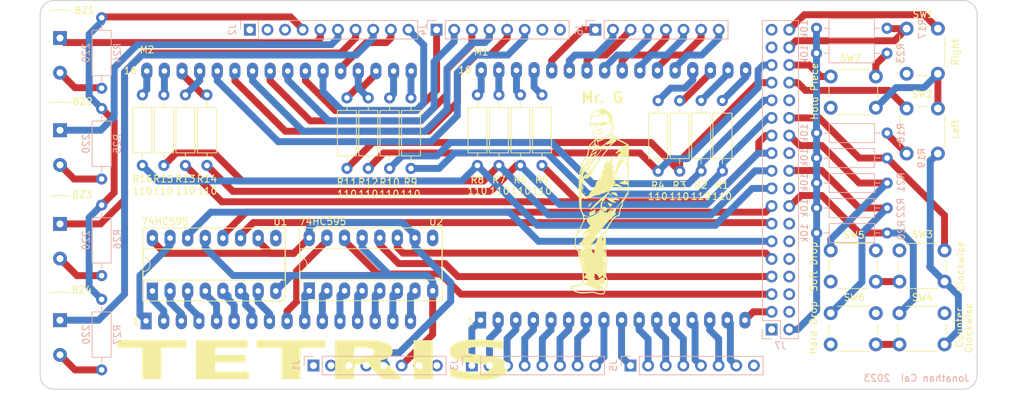
<source format=kicad_pcb>
(kicad_pcb (version 20221018) (generator pcbnew)
  (title_block (date "mar. 31 mars 2015"))
  (layers (0 "F.Cu" signal) (31 "B.Cu" signal) (34 "B.Paste" user) (35 "F.Paste" user) (36 "B.SilkS" user "B.Silkscreen") (37 "F.SilkS" user "F.Silkscreen") (38 "B.Mask" user) (39 "F.Mask" user) (44 "Edge.Cuts" user))
  (net 0 "")
  (net 1 "GND")
  (net 2 "/*52")
  (net 3 "/53")
  (net 4 "/50")
  (net 5 "/51")
  (net 6 "/48")
  (net 7 "/49")
  (net 8 "/*46")
  (net 9 "/47")
  (net 10 "/*44")
  (net 11 "/*45")
  (net 12 "/42")
  (net 13 "/43")
  (net 14 "/40")
  (net 15 "/41")
  (net 16 "/38")
  (net 17 "/39")
  (net 18 "/36")
  (net 19 "/37")
  (net 20 "/34")
  (net 21 "/35")
  (net 22 "/32")
  (net 23 "/33")
  (net 24 "/30")
  (net 25 "/31")
  (net 26 "/28")
  (net 27 "/29")
  (net 28 "/26")
  (net 29 "/24")
  (net 30 "/25")
  (net 31 "/22")
  (net 32 "/23")
  (net 33 "+5V")
  (net 34 "/A0")
  (net 35 "/A1")
  (net 36 "/A2")
  (net 37 "/A3")
  (net 38 "/A4")
  (net 39 "/A5")
  (net 40 "/A6")
  (net 41 "/A7")
  (net 42 "/A8")
  (net 43 "/A9")
  (net 44 "/A10")
  (net 45 "/A11")
  (net 46 "/A12")
  (net 47 "/A13")
  (net 48 "/A14")
  (net 49 "/A15")
  (net 50 "/AREF")
  (net 51 "/*13")
  (net 52 "/*12")
  (net 53 "/*11")
  (net 54 "/*10")
  (net 55 "/*9")
  (net 56 "/*8")
  (net 57 "/*7")
  (net 58 "/*6")
  (net 59 "/*5")
  (net 60 "/*4")
  (net 61 "/*3")
  (net 62 "/*2")
  (net 63 "/TX0{slash}1")
  (net 64 "/RX0{slash}0")
  (net 65 "/TX3{slash}14")
  (net 66 "/RX3{slash}15")
  (net 67 "/TX2{slash}16")
  (net 68 "/RX2{slash}17")
  (net 69 "/TX1{slash}18")
  (net 70 "/RX1{slash}19")
  (net 71 "/SDA{slash}20")
  (net 72 "/SCL{slash}21")
  (net 73 "Net-(M1-P_1)")
  (net 74 "Net-(M1-P_2)")
  (net 75 "Net-(M1-P_3)")
  (net 76 "Net-(M1-P_4)")
  (net 77 "Net-(M1-P_5)")
  (net 78 "Net-(M1-P_6)")
  (net 79 "Net-(M1-P_7)")
  (net 80 "Net-(M1-P_8)")
  (net 81 "Net-(M2-P_1)")
  (net 82 "Net-(M2-P_2)")
  (net 83 "Net-(M2-P_3)")
  (net 84 "Net-(M2-P_4)")
  (net 85 "Net-(M2-P_5)")
  (net 86 "Net-(M2-P_6)")
  (net 87 "Net-(M2-P_7)")
  (net 88 "Net-(M2-P_8)")
  (net 89 "Net-(BZ1-+)")
  (net 90 "Net-(BZ2-+)")
  (net 91 "Net-(BZ3-+)")
  (net 92 "Net-(BZ4-+)")
  (net 93 "/27")
  (net 95 "VCC")
  (net 96 "/~{RESET}")
  (net 97 "/IOREF")
  (net 98 "+3V3")
  (net 99 "/S1")
  (net 100 "/S2")
  (net 101 "/S3")
  (net 102 "/S4")
  (net 103 "/S5")
  (net 104 "/S6")
  (net 105 "/S7")
  (net 106 "/S8")
  (net 107 "/S9")
  (net 108 "/S10")
  (net 109 "/S11")
  (net 110 "/S12")
  (net 111 "/S13")
  (net 112 "/S14")
  (net 113 "/S15")
  (net 114 "/S16")
  (footprint "Resistor_THT:R_Axial_DIN0207_L6.3mm_D2.5mm_P10.16mm_Horizontal" (layer "F.Cu") (at 103.925 91.6 -90)
    (fp_text reference "R13")
    (fp_text value "110")
  )
  (footprint "Resistor_THT:R_Axial_DIN0207_L6.3mm_D2.5mm_P10.16mm_Horizontal" (layer "F.Cu") (at 107.025 91.6 -90)
    (fp_text reference "R14")
    (fp_text value "110")
  )
  (footprint "Button_Switch_THT:SW_PUSH_6mm_H4.3mm" (layer "F.Cu") (at 206.807 114)
    (fp_text reference "SW3")
    (fp_text value "SW_Push")
  )
  (footprint "Button_Switch_THT:SW_PUSH_6mm_H4.3mm" (layer "F.Cu") (at 196.907 123.05)
    (fp_text reference "SW6")
    (fp_text value "SW_Push")
  )
  (footprint "Resistor_THT:R_Axial_DIN0207_L6.3mm_D2.5mm_P10.16mm_Horizontal" (layer "F.Cu") (at 178.243 102.57 90)
    (fp_text reference "R2")
    (fp_text value "110")
  )
  (footprint "Resistor_THT:R_Axial_DIN0207_L6.3mm_D2.5mm_P10.16mm_Horizontal" (layer "F.Cu") (at 175.143 102.59 90)
    (fp_text reference "R3")
    (fp_text value "110")
  )
  (footprint "Resistor_THT:R_Axial_DIN0207_L6.3mm_D2.5mm_P10.16mm_Horizontal" (layer "F.Cu") (at 100.825 91.6 -90)
    (fp_text reference "R15")
    (fp_text value "110")
  )
  (footprint "Button_Switch_THT:SW_PUSH_6mm_H4.3mm" (layer "F.Cu") (at 196.907 114)
    (fp_text reference "SW5")
    (fp_text value "SW_Push")
  )
  (footprint "RGBMatrix:RGBMatrix" (layer "F.Cu") (at 165.547 106.06)
    (fp_text reference "M1")
    (fp_text value "RGBMatrix")
  )
  (footprint "LOGO" (layer "F.Cu") (at 163.592414 107.095987)
    (fp_text reference "Mr. G")
    (fp_text value "LOGO" hide)
  )
  (footprint "Button_Switch_THT:SW_PUSH_6mm_H4.3mm" (layer "F.Cu") (at 206.807 123.05)
    (fp_text reference "SW4")
    (fp_text value "SW_Push")
  )
  (footprint "Resistor_THT:R_Axial_DIN0207_L6.3mm_D2.5mm_P10.16mm_Horizontal" (layer "F.Cu") (at 155.3 91.6 -90)
    (fp_text reference "R5")
    (fp_text value "110")
  )
  (footprint "Buzzer_Beeper:Buzzer_TDK_PS1240P02BT_D12.2mm_H6.5mm" (layer "F.Cu") (at 85.857 124.06 -90)
    (fp_text reference "BZ4")
    (fp_text value "Passive Buzzer")
  )
  (footprint "Button_Switch_THT:SW_PUSH_6mm_H4.3mm" (layer "F.Cu") (at 196.907 88.95)
    (fp_text reference "SW7")
    (fp_text value "SW_Push")
  )
  (footprint "RGBMatrix:RGBMatrix" (layer "F.Cu") (at 117.357 106.16)
    (fp_text reference "M2")
    (fp_text value "RGBMatrix")
  )
  (footprint "Buzzer_Beeper:Buzzer_TDK_PS1240P02BT_D12.2mm_H6.5mm" (layer "F.Cu") (at 85.857 110.189216 -90)
    (fp_text reference "BZ3")
    (fp_text value "Passive Buzzer")
  )
  (footprint "LOGO" (layer "F.Cu") (at 164 96)
    (fp_text reference "G1")
    (fp_text value "LOGO" hide)
  )
  (footprint "Buzzer_Beeper:Buzzer_TDK_PS1240P02BT_D12.2mm_H6.5mm" (layer "F.Cu") (at 85.857 83.40843 -90)
    (fp_text reference "BZ1")
    (fp_text value "Passive Buzzer")
  )
  (footprint "Resistor_THT:R_Axial_DIN0207_L6.3mm_D2.5mm_P10.16mm_Horizontal" (layer "F.Cu") (at 127.2 102.185 90)
    (fp_text reference "R11")
    (fp_text value "110")
  )
  (footprint "Resistor_THT:R_Axial_DIN0207_L6.3mm_D2.5mm_P10.16mm_Horizontal" (layer "F.Cu") (at 130.275 102.185 90)
    (fp_text reference "R12")
    (fp_text value "110")
  )
  (footprint "Package_DIP:DIP-16_W7.62mm_Socket_LongPads" (layer "F.Cu") (at 99.17 119.85 90)
    (fp_text reference "U1")
    (fp_text value "74HC595")
  )
  (footprint "Resistor_THT:R_Axial_DIN0207_L6.3mm_D2.5mm_P10.16mm_Horizontal" (layer "F.Cu") (at 181.3 102.58 90)
    (fp_text reference "R1")
    (fp_text value "110")
  )
  (footprint "Resistor_THT:R_Axial_DIN0207_L6.3mm_D2.5mm_P10.16mm_Horizontal" (layer "F.Cu") (at 97.725 91.6 -90)
    (fp_text reference "R16")
    (fp_text value "110")
  )
  (footprint "Resistor_THT:R_Axial_DIN0207_L6.3mm_D2.5mm_P10.16mm_Horizontal" (layer "F.Cu") (at 136.425 102.195 90)
    (fp_text reference "R9")
    (fp_text value "110")
  )
  (footprint "Resistor_THT:R_Axial_DIN0207_L6.3mm_D2.5mm_P10.16mm_Horizontal" (layer "F.Cu") (at 133.35 102.195 90)
    (fp_text reference "R10")
    (fp_text value "110")
  )
  (footprint "Resistor_THT:R_Axial_DIN0207_L6.3mm_D2.5mm_P10.16mm_Horizontal" (layer "F.Cu") (at 149.1 91.6 -90)
    (fp_text reference "R7")
    (fp_text value "110")
  )
  (footprint "Resistor_THT:R_Axial_DIN0207_L6.3mm_D2.5mm_P10.16mm_Horizontal" (layer "F.Cu") (at 152.2 91.6 -90)
    (fp_text reference "R6")
    (fp_text value "110")
  )
  (footprint "Button_Switch_THT:SW_PUSH_6mm_H4.3mm" (layer "F.Cu") (at 207.85 100.05 90)
    (fp_text reference "SW2")
    (fp_text value "SW_Push")
  )
  (footprint "Buzzer_Beeper:Buzzer_TDK_PS1240P02BT_D12.2mm_H6.5mm" (layer "F.Cu") (at 85.857 96.689216 -90)
    (fp_text reference "BZ2")
    (fp_text value "Passive Buzzer")
  )
  (footprint "Package_DIP:DIP-16_W7.62mm_Socket_LongPads" (layer "F.Cu") (at 121.77 119.82 90)
    (fp_text reference "U2")
    (fp_text value "74HC595")
  )
  (footprint "Button_Switch_THT:SW_PUSH_6mm_H4.3mm" (layer "F.Cu") (at 207.85 88.55 90)
    (fp_text reference "SW1")
    (fp_text value "SW_Push")
  )
  (footprint "Resistor_THT:R_Axial_DIN0207_L6.3mm_D2.5mm_P10.16mm_Horizontal" (layer "F.Cu") (at 172.043 102.59 90)
    (fp_text reference "R4")
    (fp_text value "110")
  )
  (footprint "Resistor_THT:R_Axial_DIN0207_L6.3mm_D2.5mm_P10.16mm_Horizontal" (layer "F.Cu") (at 146 91.6 -90)
    (fp_text reference "R8")
    (fp_text value "110")
  )
  (footprint "Connector_PinHeader_2.54mm:PinHeader_2x18_P2.54mm_Vertical" (layer "B.Cu") (at 188.392 125.395)
    (fp_text reference "J7")
    (fp_text value "Digital")
  )
  (footprint "Resistor_THT:R_Axial_DIN0207_L6.3mm_D2.5mm_P10.16mm_Horizontal" (layer "B.Cu") (at 91.857 121.06 -90)
    (fp_text reference "R27")
    (fp_text value "220")
  )
  (footprint "Connector_PinHeader_2.54mm:PinHeader_1x10_P2.54mm_Vertical" (layer "B.Cu") (at 113.207 82.21 -90)
    (fp_text reference "J2")
    (fp_text value "PWM")
  )
  (footprint "Resistor_THT:R_Axial_DIN0207_L6.3mm_D2.5mm_P10.16mm_Horizontal" (layer "B.Cu") (at 194.877 100.7)
    (fp_text reference "R19")
    (fp_text value "10k")
  )
  (footprint "Connector_PinHeader_2.54mm:PinHeader_1x08_P2.54mm_Vertical" (layer "B.Cu") (at 122.37 130.6 -90)
    (fp_text reference "J1")
    (fp_text value "Power")
  )
  (footprint "Resistor_THT:R_Axial_DIN0207_L6.3mm_D2.5mm_P10.16mm_Horizontal" (layer "B.Cu") (at 91.857 93.56 -90)
    (fp_text reference "R25")
    (fp_text value "220")
  )
  (footprint "Resistor_THT:R_Axial_DIN0207_L6.3mm_D2.5mm_P10.16mm_Horizontal" (layer "B.Cu") (at 194.877 97.1)
    (fp_text reference "R18")
    (fp_text value "10k")
  )
  (footprint "Resistor_THT:R_Axial_DIN0207_L6.3mm_D2.5mm_P10.16mm_Horizontal" (layer "B.Cu") (at 194.857 82)
    (fp_text reference "R17")
    (fp_text value "10k")
  )
  (footprint "Resistor_THT:R_Axial_DIN0207_L6.3mm_D2.5mm_P10.16mm_Horizontal" (layer "B.Cu") (at 91.857 107.48 -90)
    (fp_text reference "R26")
    (fp_text value "220")
  )
  (footprint "Connector_PinHeader_2.54mm:PinHeader_1x08_P2.54mm_Vertical" (layer "B.Cu") (at 168.057 130.6 -90)
    (fp_text reference "J5")
    (fp_text value "Analog")
  )
  (footprint "Resistor_THT:R_Axial_DIN0207_L6.3mm_D2.5mm_P10.16mm_Horizontal" (layer "B.Cu") (at 205.037 107.9 180)
    (fp_text reference "R22")
    (fp_text value "10k")
  )
  (footprint "Resistor_THT:R_Axial_DIN0207_L6.3mm_D2.5mm_P10.16mm_Horizontal" (layer "B.Cu") (at 205.017 85.6 180)
    (fp_text reference "R23")
    (fp_text value "10k")
  )
  (footprint "Resistor_THT:R_Axial_DIN0207_L6.3mm_D2.5mm_P10.16mm_Horizontal" (layer "B.Cu") (at 91.857 80.48 -90)
    (fp_text reference "R24")
    (fp_text value "220")
  )
  (footprint "Connector_PinHeader_2.54mm:PinHeader_1x08_P2.54mm_Vertical" (layer "B.Cu") (at 140.117 82.21 -90)
    (fp_text reference "J4")
    (fp_text value "PWM")
  )
  (footprint "Resistor_THT:R_Axial_DIN0207_L6.3mm_D2.5mm_P10.16mm_Horizontal" (layer "B.Cu") (at 194.877 104.3)
    (fp_text reference "R21")
    (fp_text value "10k")
  )
  (footprint "Resistor_THT:R_Axial_DIN0207_L6.3mm_D2.5mm_P10.16mm_Horizontal" (layer "B.Cu") (at 194.877 111.5)
    (fp_text reference "R20")
    (fp_text value "10k")
  )
  (footprint "Connector_PinHeader_2.54mm:PinHeader_1x08_P2.54mm_Vertical" (layer "B.Cu") (at 162.997 82.21 -90)
    (fp_text reference "J6")
    (fp_text value "Communication")
  )
  (footprint "Connector_PinHeader_2.54mm:PinHeader_1x08_P2.54mm_Vertical" (layer "B.Cu") (at 145.197 130.6 -90)
    (fp_text reference "J3")
    (fp_text value "Analog")
  )
  (gr_line (start 83 132) (end 83 80) (stroke (width 0.15)) (layer "Edge.Cuts"))
  (gr_arc (start 85 134) (mid 83.585786 133.414214) (end 83 132) (stroke (width 0.15)) (layer "Edge.Cuts"))
  (gr_arc (start 216 78) (mid 217.414214 78.585786) (end 218 80) (stroke (width 0.15)) (layer "Edge.Cuts"))
  (gr_arc (start 218 132) (mid 217.414214 133.414214) (end 216 134) (stroke (width 0.15)) (layer "Edge.Cuts"))
  (gr_line (start 216 134) (end 85 134) (stroke (width 0.15)) (layer "Edge.Cuts"))
  (gr_line (start 85 78) (end 216 78) (stroke (width 0.15)) (layer "Edge.Cuts"))
  (gr_arc (start 83 80) (mid 83.585786 78.585786) (end 85 78) (stroke (width 0.15)) (layer "Edge.Cuts"))
  (gr_line (start 218 80) (end 218 132) (stroke (width 0.15)) (layer "Edge.Cuts"))
  (gr_text "Jonathan Cai  2023" (at 217 133) (layer "B.SilkS") (effects (font (size 1 1)) (justify left bottom mirror)))
  (gr_text "TETRIS" (at 94.07 133.49) (layer "F.SilkS") (effects (font (size 5.5 10.5) (thickness 1) bold) (justify left bottom)))
  (segment (start 119.053296 80.36) (end 91.977 80.36) (width 1) (layer "F.Cu") (net 1))
  (segment (start 93.657 95.36) (end 93.657 105.68) (width 1) (layer "F.Cu") (net 1))
  (segment (start 91.857 93.56) (end 93.657 95.36) (width 1) (layer "F.Cu") (net 1))
  (segment (start 135.07 130.6) (end 139.55 126.12) (width 1) (layer "F.Cu") (net 1))
  (segment (start 120.827 82.133704) (end 119.053296 80.36) (width 1) (layer "F.Cu") (net 1))
  (segment (start 139.55 126.12) (end 139.55 119.82) (width 1) (layer "F.Cu") (net 1))
  (segment (start 120.827 82.21) (end 120.827 82.133704) (width 1) (layer "F.Cu") (net 1))
  (segment (start 93.657 105.68) (end 91.857 107.48) (width 1) (layer "F.Cu") (net 1))
  (segment (start 91.977 80.36) (end 91.857 80.48) (width 1) (layer "F.Cu") (net 1))
  (segment (start 129.39 113.61) (end 133.4 117.62) (width 1) (layer "B.Cu") (net 1))
  (segment (start 194.877 122.652081) (end 194.877 111.5) (width 1) (layer "B.Cu") (net 1))
  (segment (start 139.55 119.82) (end 139.55 118.42) (width 1) (layer "B.Cu") (net 1))
  (segment (start 90.057 119.26) (end 91.857 121.06) (width 1) (layer "B.Cu") (net 1))
  (segment (start 194.857 85.6) (end 194.857 97.08) (width 1) (layer "B.Cu") (net 1))
  (segment (start 133.4 117.62) (end 119.18 117.62) (width 1) (layer "B.Cu") (net 1))
  (segment (start 129.39 112.2) (end 129.39 113.61) (width 1) (layer "B.Cu") (net 1))
  (segment (start 139.55 118.42) (end 138.75 117.62) (width 1) (layer "B.Cu") (net 1))
  (segment (start 194.857 97.08) (end 194.877 97.1) (width 1) (layer "B.Cu") (net 1))
  (segment (start 91.857 107.48) (end 90.057 109.28) (width 1) (layer "B.Cu") (net 1))
  (segment (start 192.134081 125.395) (end 194.877 122.652081) (width 1) (layer "B.Cu") (net 1))
  (segment (start 110.78 117.62) (end 106.79 113.63) (width 1) (layer "B.Cu") (net 1))
  (segment (start 119.18 117.62) (end 110.78 117.62) (width 1) (layer "B.Cu") (net 1))
  (segment (start 90.057 109.28) (end 90.057 119.26) (width 1) (layer "B.Cu") (net 1))
  (segment (start 133.4 117.62) (end 138.75 117.62) (width 1) (layer "B.Cu") (net 1))
  (segment (start 91.857 81.06) (end 90.057 82.86) (width 1) (layer "B.Cu") (net 1))
  (segment (start 194.857 82) (end 194.857 85.6) (width 1) (layer "B.Cu") (net 1))
  (segment (start 194.877 100.7) (end 194.877 104.3) (width 1) (layer "B.Cu") (net 1))
  (segment (start 194.877 97.1) (end 194.877 100.7) (width 1) (layer "B.Cu") (net 1))
  (segment (start 90.057 82.86) (end 90.057 91.76) (width 1) (layer "B.Cu") (net 1))
  (segment (start 190.932 125.395) (end 192.134081 125.395) (width 1) (layer "B.Cu") (net 1))
  (segment (start 119.18 117.62) (end 116.95 119.85) (width 1) (layer "B.Cu") (net 1))
  (segment (start 194.877 104.3) (end 194.877 107.9) (width 1) (layer "B.Cu") (net 1))
  (segment (start 106.79 113.63) (end 106.79 112.23) (width 1) (layer "B.Cu") (net 1))
  (segment (start 91.857 80.48) (end 91.857 81.06) (width 1) (layer "B.Cu") (net 1))
  (segment (start 90.057 91.76) (end 91.857 93.56) (width 1) (layer "B.Cu") (net 1))
  (segment (start 194.877 107.9) (end 194.877 111.5) (width 1) (layer "B.Cu") (net 1))
  (segment (start 188.392 122.855) (end 185.752 122.855) (width 1) (layer "F.Cu") (net 2))
  (segment (start 185.752 122.855) (end 184.547 124.06) (width 1) (layer "F.Cu") (net 2))
  (segment (start 131.644416 117.4) (end 126.85 112.605584) (width 1) (layer "F.Cu") (net 4))
  (segment (start 140.7 117.4) (end 131.644416 117.4) (width 1) (layer "F.Cu") (net 4))
  (segment (start 143.615 120.315) (end 140.7 117.4) (width 1) (layer "F.Cu") (net 4))
  (segment (start 188.392 120.315) (end 143.615 120.315) (width 1) (layer "F.Cu") (net 4))
  (segment (start 126.85 112.605584) (end 126.85 112.2) (width 1) (layer "F.Cu") (net 4))
  (segment (start 188.392 117.775) (end 143.19632 117.775) (width 1) (layer "F.Cu") (net 6))
  (segment (start 134.64868 115.9) (end 131.93 113.18132) (width 1) (layer "F.Cu") (net 6))
  (segment (start 131.93 113.18132) (end 131.93 112.2) (width 1) (layer "F.Cu") (net 6))
  (segment (start 143.19632 117.775) (end 141.32132 115.9) (width 1) (layer "F.Cu") (net 6))
  (segment (start 141.32132 115.9) (end 134.64868 115.9) (width 1) (layer "F.Cu") (net 6))
  (segment (start 134.47 113.6) (end 134.47 112.2) (width 1) (layer "F.Cu") (net 8))
  (segment (start 187.557 114.4) (end 135.27 114.4) (width 1) (layer "F.Cu") (net 8))
  (segment (start 188.392 115.235) (end 187.557 114.4) (width 1) (layer "F.Cu") (net 8))
  (segment (start 135.27 114.4) (end 134.47 113.6) (width 1) (layer "F.Cu") (net 8))
  (segment (start 150.61868 108.5) (end 154.81368 112.695) (width 1) (layer "B.Cu") (net 10))
  (segment (start 154.81368 112.695) (end 188.392 112.695) (width 1) (layer "B.Cu") (net 10))
  (segment (start 104.25 111.824416) (end 107.574416 108.5) (width 1) (layer "B.Cu") (net 10))
  (segment (start 104.25 112.23) (end 104.25 111.824416) (width 1) (layer "B.Cu") (net 10))
  (segment (start 107.574416 108.5) (end 150.61868 108.5) (width 1) (layer "B.Cu") (net 10))
  (segment (start 113.694416 110) (end 111.87 111.824416) (width 1) (layer "F.Cu") (net 12))
  (segment (start 188.237 110) (end 113.694416 110) (width 1) (layer "F.Cu") (net 12))
  (segment (start 111.87 111.824416) (end 111.87 112.23) (width 1) (layer "F.Cu") (net 12))
  (segment (start 188.392 110.155) (end 188.237 110) (width 1) (layer "F.Cu") (net 12))
  (segment (start 187.512 108.495) (end 112.659416 108.495) (width 1) (layer "F.Cu") (net 14))
  (segment (start 112.659416 108.495) (end 109.33 111.824416) (width 1) (layer "F.Cu") (net 14))
  (segment (start 188.392 107.615) (end 187.512 108.495) (width 1) (layer "F.Cu") (net 14))
  (segment (start 109.33 111.824416) (end 109.33 112.23) (width 1) (layer "F.Cu") (net 14))
  (segment (start 192.6 106.1) (end 191.085 107.615) (width 1) (layer "F.Cu") (net 15))
  (segment (start 201.022585 111.5) (end 195.622585 106.1) (width 1) (layer "F.Cu") (net 15))
  (segment (start 191.085 107.615) (end 190.932 107.615) (width 1) (layer "F.Cu") (net 15))
  (segment (start 195.622585 106.1) (end 192.6 106.1) (width 1) (layer "F.Cu") (net 15))
  (segment (start 205.037 111.5) (end 201.022585 111.5) (width 1) (layer "F.Cu") (net 15))
  (segment (start 207.135428 111.5) (end 208.807 113.171572) (width 1) (layer "B.Cu") (net 15))
  (segment (start 208.807 113.171572) (end 208.807 121.05) (width 1) (layer "B.Cu") (net 15))
  (segment (start 208.807 121.05) (end 206.807 123.05) (width 1) (layer "B.Cu") (net 15))
  (segment (start 205.037 111.5) (end 207.135428 111.5) (width 1) (layer "B.Cu") (net 15))
  (segment (start 188.392 105.075) (end 185.593225 105.075) (width 1) (layer "B.Cu") (net 16))
  (segment (start 180.278225 110.39) (end 154.63 110.39) (width 1) (layer "B.Cu") (net 16))
  (segment (start 146 101.76) (end 143.765 103.995) (width 1) (layer "B.Cu") (net 16))
  (segment (start 99.96 103.995) (end 97.725 101.76) (width 1) (layer "B.Cu") (net 16))
  (segment (start 143.765 103.995) (end 99.96 103.995) (width 1) (layer "B.Cu") (net 16))
  (segment (start 185.593225 105.075) (end 180.278225 110.39) (width 1) (layer "B.Cu") (net 16))
  (segment (start 154.63 110.39) (end 146 101.76) (width 1) (layer "B.Cu") (net 16))
  (segment (start 102.625 99.96) (end 100.825 101.76) (width 1) (layer "F.Cu") (net 18))
  (segment (start 108.045585 99.96) (end 102.625 99.96) (width 1) (layer "F.Cu") (net 18))
  (segment (start 149.1 101.76) (end 146.865 103.995) (width 1) (layer "F.Cu") (net 18))
  (segment (start 112.080585 103.995) (end 108.045585 99.96) (width 1) (layer "F.Cu") (net 18))
  (segment (start 146.865 103.995) (end 112.080585 103.995) (width 1) (layer "F.Cu") (net 18))
  (segment (start 156.23 108.89) (end 149.1 101.76) (width 1) (layer "B.Cu") (net 18))
  (segment (start 186.011905 102.535) (end 179.656905 108.89) (width 1) (layer "B.Cu") (net 18))
  (segment (start 179.656905 108.89) (end 156.23 108.89) (width 1) (layer "B.Cu") (net 18))
  (segment (start 188.392 102.535) (end 186.011905 102.535) (width 1) (layer "B.Cu") (net 18))
  (segment (start 190.967 102.5) (end 190.932 102.535) (width 1) (layer "F.Cu") (net 19))
  (segment (start 195.622585 102.5) (end 190.967 102.5) (width 1) (layer "F.Cu") (net 19))
  (segment (start 205.037 107.9) (end 201.022585 107.9) (width 1) (layer "F.Cu") (net 19))
  (segment (start 201.022585 107.9) (end 195.622585 102.5) (width 1) (layer "F.Cu") (net 19))
  (segment (start 201.407 111.53) (end 201.407 118.55) (width 1) (layer "B.Cu") (net 19))
  (segment (start 205.037 107.9) (end 201.407 111.53) (width 1) (layer "B.Cu") (net 19))
  (segment (start 201.407 118.55) (end 196.907 123.05) (width 1) (layer "B.Cu") (net 19))
  (segment (start 147.910585 105.495) (end 110.76 105.495) (width 1) (layer "F.Cu") (net 20))
  (segment (start 110.76 105.495) (end 107.025 101.76) (width 1) (layer "F.Cu") (net 20))
  (segment (start 152.2 101.76) (end 151.645585 101.76) (width 1) (layer "F.Cu") (net 20))
  (segment (start 151.645585 101.76) (end 147.910585 105.495) (width 1) (layer "F.Cu") (net 20))
  (segment (start 157.83 107.39) (end 152.2 101.76) (width 1) (layer "B.Cu") (net 20))
  (segment (start 188.392 99.995) (end 186.430585 99.995) (width 1) (layer "B.Cu") (net 20))
  (segment (start 186.430585 99.995) (end 179.035585 107.39) (width 1) (layer "B.Cu") (net 20))
  (segment (start 179.035585 107.39) (end 157.83 107.39) (width 1) (layer "B.Cu") (net 20))
  (segment (start 187.545 97.455) (end 188.392 97.455) (width 1) (layer "F.Cu") (net 22))
  (segment (start 179.430585 106.995) (end 186.542 99.883585) (width 1) (layer "F.Cu") (net 22))
  (segment (start 161 106.995) (end 179.430585 106.995) (width 1) (layer "F.Cu") (net 22))
  (segment (start 160.535 106.995) (end 161 106.995) (width 1) (layer "F.Cu") (net 22))
  (segment (start 109.16 106.995) (end 155.325 106.995) (width 1) (layer "F.Cu") (net 22))
  (segment (start 155.325 106.995) (end 161 106.995) (width 1) (layer "F.Cu") (net 22))
  (segment (start 186.542 98.458) (end 187.545 97.455) (width 1) (layer "F.Cu") (net 22))
  (segment (start 103.925 101.76) (end 109.16 106.995) (width 1) (layer "F.Cu") (net 22))
  (segment (start 155.3 101.76) (end 160.535 106.995) (width 1) (layer "F.Cu") (net 22))
  (segment (start 186.542 99.883585) (end 186.542 98.458) (width 1) (layer "F.Cu") (net 22))
  (segment (start 191.008296 97.455) (end 190.932 97.455) (width 1) (layer "F.Cu") (net 23))
  (segment (start 192.453296 98.9) (end 191.008296 97.455) (width 1) (layer "F.Cu") (net 23))
  (segment (start 201.022585 104.3) (end 195.622585 98.9) (width 1) (layer "F.Cu") (net 23))
  (segment (start 195.622585 98.9) (end 192.453296 98.9) (width 1) (layer "F.Cu") (net 23))
  (segment (start 205.037 104.3) (end 201.022585 104.3) (width 1) (layer "F.Cu") (net 23))
  (segment (start 205.037 104.3) (end 196.907 112.43) (width 1) (layer "B.Cu") (net 23))
  (segment (start 196.907 112.43) (end 196.907 114) (width 1) (layer "B.Cu") (net 23))
  (segment (start 161.975584 105.89) (end 156.045585 99.96) (width 1) (layer "B.Cu") (net 24))
  (segment (start 177.99 105.89) (end 161.975584 105.89) (width 1) (layer "B.Cu") (net 24))
  (segment (start 140.47632 102.195) (end 136.425 102.195) (width 1) (layer "B.Cu") (net 24))
  (segment (start 142.71132 99.96) (end 140.47632 102.195) (width 1) (layer "B.Cu") (net 24))
  (segment (start 181.3 102.58) (end 177.99 105.89) (width 1) (layer "B.Cu") (net 24))
  (segment (start 156.045585 99.96) (end 142.71132 99.96) (width 1) (layer "B.Cu") (net 24))
  (segment (start 181.3 101.44863) (end 187.83363 94.915) (width 1) (layer "B.Cu") (net 24))
  (segment (start 187.83363 94.915) (end 188.392 94.915) (width 1) (layer "B.Cu") (net 24))
  (segment (start 181.3 102.58) (end 181.3 101.44863) (width 1) (layer "B.Cu") (net 24))
  (segment (start 201.022585 100.7) (end 195.237585 94.915) (width 1) (layer "F.Cu") (net 25))
  (segment (start 205.037 100.7) (end 201.022585 100.7) (width 1) (layer "F.Cu") (net 25))
  (segment (start 213.307 114) (end 213.307 108.97) (width 1) (layer "F.Cu") (net 25))
  (segment (start 213.307 108.97) (end 205.037 100.7) (width 1) (layer "F.Cu") (net 25))
  (segment (start 195.237585 94.915) (end 190.932 94.915) (width 1) (layer "F.Cu") (net 25))
  (segment (start 156.666905 98.46) (end 142.09 98.46) (width 1) (layer "B.Cu") (net 26))
  (segment (start 178.243 102.57) (end 178.243 101.43863) (width 1) (layer "B.Cu") (net 26))
  (segment (start 162.596904 104.39) (end 156.666905 98.46) (width 1) (layer "B.Cu") (net 26))
  (segment (start 178.243 101.43863) (end 187.30663 92.375) (width 1) (layer "B.Cu") (net 26))
  (segment (start 176.423 104.39) (end 162.596904 104.39) (width 1) (layer "B.Cu") (net 26))
  (segment (start 187.30663 92.375) (end 188.392 92.375) (width 1) (layer "B.Cu") (net 26))
  (segment (start 140.155 100.395) (end 135.15 100.395) (width 1) (layer "B.Cu") (net 26))
  (segment (start 135.15 100.395) (end 133.35 102.195) (width 1) (layer "B.Cu") (net 26))
  (segment (start 142.09 98.46) (end 140.155 100.395) (width 1) (layer "B.Cu") (net 26))
  (segment (start 178.243 102.57) (end 176.423 104.39) (width 1) (layer "B.Cu") (net 26))
  (segment (start 171.013 98.46) (end 130.925 98.46) (width 1) (layer "F.Cu") (net 28))
  (segment (start 175.143 101.122585) (end 175.143 102.59) (width 1) (layer "F.Cu") (net 28))
  (segment (start 130.925 98.46) (end 127.2 102.185) (width 1) (layer "F.Cu") (net 28))
  (segment (start 188.392 89.835) (end 186.430585 89.835) (width 1) (layer "F.Cu") (net 28))
  (segment (start 175.143 102.59) (end 171.013 98.46) (width 1) (layer "F.Cu") (net 28))
  (segment (start 186.430585 89.835) (end 175.143 101.122585) (width 1) (layer "F.Cu") (net 28))
  (segment (start 169.413 99.96) (end 132.5 99.96) (width 1) (layer "F.Cu") (net 29))
  (segment (start 172.043 102.59) (end 169.413 99.96) (width 1) (layer "F.Cu") (net 29))
  (segment (start 132.5 99.96) (end 130.275 102.185) (width 1) (layer "F.Cu") (net 29))
  (segment (start 173.843 100.79) (end 172.043 102.59) (width 1) (layer "B.Cu") (net 29))
  (segment (start 176.21 100.79) (end 173.843 100.79) (width 1) (layer "B.Cu") (net 29))
  (segment (start 187.189919 87.295) (end 186.447 88.037919) (width 1) (layer "B.Cu") (net 29))
  (segment (start 186.447 90.553) (end 176.21 100.79) (width 1) (layer "B.Cu") (net 29))
  (segment (start 188.392 87.295) (end 187.189919 87.295) (width 1) (layer "B.Cu") (net 29))
  (segment (start 186.447 88.037919) (end 186.447 90.553) (width 1) (layer "B.Cu") (net 29))
  (segment (start 196.907 88.95) (end 195.492787 88.95) (width 1) (layer "F.Cu") (net 30))
  (segment (start 193.837787 87.295) (end 190.932 87.295) (width 1) (layer "F.Cu") (net 30))
  (segment (start 195.492787 88.95) (end 193.837787 87.295) (width 1) (layer "F.Cu") (net 30))
  (segment (start 203.407 88.95) (end 203.407 87.21) (width 1) (layer "F.Cu") (net 30))
  (segment (start 203.407 87.21) (end 205.017 85.6) (width 1) (layer "F.Cu") (net 30))
  (segment (start 191.887 83.8) (end 190.932 84.755) (width 1) (layer "F.Cu") (net 32))
  (segment (start 205.067 82.05) (end 205.017 82) (width 1) (layer "F.Cu") (net 32))
  (segment (start 206.1 83.8) (end 191.887 83.8) (width 1) (layer "F.Cu") (net 32))
  (segment (start 207.85 82.05) (end 206.1 83.8) (width 1) (layer "F.Cu") (net 32))
  (segment (start 207.85 82.05) (end 205.067 82.05) (width 1) (layer "F.Cu") (net 32))
  (segment (start 206.807 118.5) (end 203.407 118.5) (width 1) (layer "F.Cu") (net 33))
  (segment (start 212.35 82.05) (end 210.35 80.05) (width 1) (layer "F.Cu") (net 33))
  (segment (start 206.807 127.55) (end 203.407 127.55) (width 1) (layer "F.Cu") (net 33))
  (segment (start 212.35 88.55) (end 212.35 93.55) (width 1) (layer "F.Cu") (net 33))
  (segment (start 210.35 80.05) (end 193.097 80.05) (width 1) (layer "F.Cu") (net 33))
  (segment (start 193.097 80.05) (end 190.932 82.215) (width 1) (layer "F.Cu") (net 33))
  (segment (start 119.54 114.43) (end 100.964416 114.43) (width 1) (layer "F.Cu") (net 33))
  (segment (start 114.41 112.635584) (end 116.204416 114.43) (width 1) (layer "F.Cu") (net 33))
  (segment (start 116.204416 114.43) (end 119.54 114.43) (width 1) (layer "F.Cu") (net 33))
  (segment (start 99.17 112.635584) (end 99.17 112.23) (width 1) (layer "F.Cu") (net 33))
  (segment (start 119.54 114.43) (end 121.77 112.2) (width 1) (layer "F.Cu") (net 33))
  (segment (start 114.41 112.23) (end 114.41 112.635584) (width 1) (layer "F.Cu") (net 33))
  (segment (start 100.964416 114.43) (end 99.17 112.635584) (width 1) (layer "F.Cu") (net 33))
  (segment (start 215.307 125.55) (end 213.307 127.55) (width 1) (layer "B.Cu") (net 33))
  (segment (start 135.215584 110) (end 137.01 111.794416) (width 1) (layer "B.Cu") (net 33))
  (segment (start 137.01 111.794416) (end 137.01 112.2) (width 1) (layer "B.Cu") (net 33))
  (segment (start 211.35 101.05) (end 212.35 100.05) (width 1) (layer "B.Cu") (net 33))
  (segment (start 134.75 128.75) (end 133.177919 128.75) (width 1) (layer "B.Cu") (net 33))
  (segment (start 215.307 120.5) (end 215.307 125.55) (width 1) (layer "B.Cu") (net 33))
  (segment (start 133.177919 128.75) (end 132.53 129.397919) (width 1) (layer "B.Cu") (net 33))
  (segment (start 122.57 110) (end 121.77 110.8) (width 1) (layer "B.Cu") (net 33))
  (segment (start 211.25 101.05) (end 211.25 116.443) (width 1) (layer "B.Cu") (net 33))
  (segment (start 211.25 116.443) (end 213.307 118.5) (width 1) (layer "B.Cu") (net 33))
  (segment (start 142.15 121.35) (end 134.75 128.75) (width 1) (layer "B.Cu") (net 33))
  (segment (start 213.307 118.5) (end 215.307 120.5) (width 1) (layer "B.Cu") (net 33))
  (segment (start 211.15 116.343) (end 213.307 118.5) (width 1) (layer "B.Cu") (net 33))
  (segment (start 210.35 90.55) (end 212.35 88.55) (width 1) (layer "B.Cu") (net 33))
  (segment (start 135.215584 110) (end 122.57 110) (width 1) (layer "B.Cu") (net 33))
  (segment (start 137.01 112.2) (end 137.01 113.50868) (width 1) (layer "B.Cu") (net 33))
  (segment (start 121.77 110.8) (end 121.77 112.2) (width 1) (layer "B.Cu") (net 33))
  (segment (start 132.53 129.397919) (end 132.53 130.6) (width 1) (layer "B.Cu") (net 33))
  (segment (start 206.307 90.55) (end 210.35 90.55) (width 1) (layer "B.Cu") (net 33))
  (segment (start 142.15 118.64868) (end 142.15 121.35) (width 1) (layer "B.Cu") (net 33))
  (segment (start 137.01 113.50868) (end 142.15 118.64868) (width 1) (layer "B.Cu") (net 33))
  (segment (start 203.407 93.45) (end 206.307 90.55) (width 1) (layer "B.Cu") (net 33))
  (segment (start 211.25 101.05) (end 211.35 101.05) (width 1) (layer "B.Cu") (net 33))
  (segment (start 145.197 125.31) (end 145.197 130.6) (width 1) (layer "B.Cu") (net 34))
  (segment (start 146.447 124.06) (end 145.197 125.31) (width 1) (layer "B.Cu") (net 34))
  (segment (start 147.737 126.71) (end 147.737 130.6) (width 1) (layer "B.Cu") (net 35))
  (segment (start 148.987 124.06) (end 148.987 125.46) (width 1) (layer "B.Cu") (net 35))
  (segment (start 148.987 125.46) (end 147.737 126.71) (width 1) (layer "B.Cu") (net 35))
  (segment (start 151.527 125.46) (end 150.277 126.71) (width 1) (layer "B.Cu") (net 36))
  (segment (start 150.277 126.71) (end 150.277 130.6) (width 1) (layer "B.Cu") (net 36))
  (segment (start 151.527 124.06) (end 151.527 125.46) (width 1) (layer "B.Cu") (net 36))
  (segment (start 152.817 126.71) (end 152.817 130.6) (width 1) (layer "B.Cu") (net 37))
  (segment (start 154.067 125.46) (end 152.817 126.71) (width 1) (layer "B.Cu") (net 37))
  (segment (start 154.067 124.06) (end 154.067 125.46) (width 1) (layer "B.Cu") (net 37))
  (segment (start 155.357 126.71) (end 155.357 130.6) (width 1) (layer "B.Cu") (net 38))
  (segment (start 156.607 124.06) (end 156.607 125.46) (width 1) (layer "B.Cu") (net 38))
  (segment (start 156.607 125.46) (end 155.357 126.71) (width 1) (layer "B.Cu") (net 38))
  (segment (start 159.147 124.06) (end 159.147 125.46) (width 1) (layer "B.Cu") (net 39))
  (segment (start 157.897 126.71) (end 157.897 130.6) (width 1) (layer "B.Cu") (net 39))
  (segment (start 159.147 125.46) (end 157.897 126.71) (width 1) (layer "B.Cu") (net 39))
  (segment (start 161.687 125.46) (end 160.437 126.71) (width 1) (layer "B.Cu") (net 40))
  (segment (start 161.687 124.06) (end 161.687 125.46) (width 1) (layer "B.Cu") (net 40))
  (segment (start 160.437 126.71) (end 160.437 130.6) (width 1) (layer "B.Cu") (net 40))
  (segment (start 164.227 129.35) (end 162.977 130.6) (width 1) (layer "B.Cu") (net 41))
  (segment (start 164.227 124.06) (end 164.227 129.35) (width 1) (layer "B.Cu") (net 41))
  (segment (start 168.057 130.6) (end 166.767 129.31) (width 1) (layer "B.Cu") (net 42))
  (segment (start 166.767 129.31) (end 166.767 124.06) (width 1) (layer "B.Cu") (net 42))
  (segment (start 169.307 125.46) (end 170.597 126.75) (width 1) (layer "B.Cu") (net 43))
  (segment (start 169.307 124.06) (end 169.307 125.46) (width 1) (layer "B.Cu") (net 43))
  (segment (start 170.597 126.75) (end 170.597 130.6) (width 1) (layer "B.Cu") (net 43))
  (segment (start 171.847 125.46) (end 173.137 126.75) (width 1) (layer "B.Cu") (net 44))
  (segment (start 173.137 126.75) (end 173.137 130.6) (width 1) (layer "B.Cu") (net 44))
  (segment (start 171.847 124.06) (end 171.847 125.46) (width 1) (layer "B.Cu") (net 44))
  (segment (start 174.387 125.46) (end 175.677 126.75) (width 1) (layer "B.Cu") (net 45))
  (segment (start 175.677 126.75) (end 175.677 130.6) (width 1) (layer "B.Cu") (net 45))
  (segment (start 174.387 124.06) (end 174.387 125.46) (width 1) (layer "B.Cu") (net 45))
  (segment (start 177.367 124.5) (end 176.927 124.06) (width 1) (layer "B.Cu") (net 46))
  (segment (start 178.217 130.6) (end 177.367 129.75) (width 1) (layer "B.Cu") (net 46))
  (segment (start 177.367 129.75) (end 177.367 124.5) (width 1) (layer "B.Cu") (net 46))
  (segment (start 180.757 126.75) (end 180.757 130.6) (width 1) (layer "B.Cu") (net 47))
  (segment (start 179.467 125.46) (end 180.757 126.75) (width 1) (layer "B.Cu") (net 47))
  (segment (start 179.467 124.06) (end 179.467 125.46) (width 1) (layer "B.Cu") (net 47))
  (segment (start 182.447 124.5) (end 182.007 124.06) (width 1) (layer "B.Cu") (net 48))
  (segment (start 183.297 130.6) (end 182.447 129.75) (width 1) (layer "B.Cu") (net 48))
  (segment (start 182.447 129.75) (end 182.447 124.5) (width 1) (layer "B.Cu") (net 48))
  (segment (start 86.50857 84.06) (end 85.857 83.40843) (width 1) (layer "F.Cu") (net 51))
  (segment (start 123.367 82.21) (end 123.367 83.412081) (width 1) (layer "F.Cu") (net 51))
  (segment (start 123.367 83.412081) (end 122.719081 84.06) (width 1) (layer "F.Cu") (net 51))
  (segment (start 122.719081 84.06) (end 86.50857 84.06) (width 1) (layer "F.Cu") (net 51))
  (segment (start 91.727784 96.689216) (end 85.857 96.689216) (width 1) (layer "B.Cu") (net 52))
  (segment (start 124.959081 84.36) (end 96.990096 84.36) (width 1) (layer "B.Cu") (net 52))
  (segment (start 125.907 82.21) (end 125.907 83.412081) (width 1) (layer "B.Cu") (net 52))
  (segment (start 125.907 83.412081) (end 124.959081 84.36) (width 1) (layer "B.Cu") (net 52))
  (segment (start 93.657 87.693096) (end 93.657 94.76) (width 1) (layer "B.Cu") (net 52))
  (segment (start 96.990096 84.36) (end 93.657 87.693096) (width 1) (layer "B.Cu") (net 52))
  (segment (start 93.657 94.76) (end 91.727784 96.689216) (width 1) (layer "B.Cu") (net 52))
  (segment (start 128.447 82.21) (end 128.447 83.412081) (width 1) (layer "F.Cu") (net 53))
  (segment (start 95.157 88.314416) (end 95.157 106.725585) (width 1) (layer "F.Cu") (net 53))
  (segment (start 126.299081 85.56) (end 97.911416 85.56) (width 1) (layer "F.Cu") (net 53))
  (segment (start 128.447 83.412081) (end 126.299081 85.56) (width 1) (layer "F.Cu") (net 53))
  (segment (start 95.157 106.725585) (end 91.693369 110.189216) (width 1) (layer "F.Cu") (net 53))
  (segment (start 91.693369 110.189216) (end 85.857 110.189216) (width 1) (layer "F.Cu") (net 53))
  (segment (start 97.911416 85.56) (end 95.157 88.314416) (width 1) (layer "F.Cu") (net 53))
  (segment (start 130.987 83.412081) (end 128.539081 85.86) (width 1) (layer "B.Cu") (net 54))
  (segment (start 95.157 88.314416) (end 95.157 120.305585) (width 1) (layer "B.Cu") (net 54))
  (segment (start 91.402585 124.06) (end 85.857 124.06) (width 1) (layer "B.Cu") (net 54))
  (segment (start 128.539081 85.86) (end 97.611416 85.86) (width 1) (layer "B.Cu") (net 54))
  (segment (start 97.611416 85.86) (end 95.157 88.314416) (width 1) (layer "B.Cu") (net 54))
  (segment (start 95.157 120.305585) (end 91.402585 124.06) (width 1) (layer "B.Cu") (net 54))
  (segment (start 130.987 82.21) (end 130.987 83.412081) (width 1) (layer "B.Cu") (net 54))
  (segment (start 132.879081 84.06) (end 133.527 83.412081) (width 1) (layer "F.Cu") (net 55))
  (segment (start 126.297 88.16) (end 126.297 87.754416) (width 1) (layer "F.Cu") (net 55))
  (segment (start 126.297 87.754416) (end 129.991416 84.06) (width 1) (layer "F.Cu") (net 55))
  (segment (start 133.527 83.412081) (end 133.527 82.21) (width 1) (layer "F.Cu") (net 55))
  (segment (start 129.991416 84.06) (end 132.879081 84.06) (width 1) (layer "F.Cu") (net 55))
  (segment (start 123.757 88.06) (end 123.757 91.127585) (width 1) (layer "B.Cu") (net 56))
  (segment (start 138.257 84.4) (end 136.067 82.21) (width 1) (layer "B.Cu") (net 56))
  (segment (start 137.170585 93.835) (end 138.257 92.748585) (width 1) (layer "B.Cu") (net 56))
  (segment (start 126.464415 93.835) (end 137.170585 93.835) (width 1) (layer "B.Cu") (net 56))
  (segment (start 123.757 91.127585) (end 126.464415 93.835) (width 1) (layer "B.Cu") (net 56))
  (segment (start 138.257 92.748585) (end 138.257 84.4) (width 1) (layer "B.Cu") (net 56))
  (segment (start 125.492 93.835) (end 137.210585 93.835) (width 1) (layer "F.Cu") (net 57))
  (segment (start 121.217 89.56) (end 125.492 93.835) (width 1) (layer "F.Cu") (net 57))
  (segment (start 137.210585 93.835) (end 140.117 90.928585) (width 1) (layer "F.Cu") (net 57))
  (segment (start 121.217 88.16) (end 121.217 89.56) (width 1) (layer "F.Cu") (net 57))
  (segment (start 140.117 90.928585) (end 140.117 82.21) (width 1) (layer "F.Cu") (net 57))
  (segment (start 118.677 89.46) (end 118.677 88.06) (width 1) (layer "B.Cu") (net 58))
  (segment (start 142.657 82.21) (end 142.657 83.91) (width 1) (layer "B.Cu") (net 58))
  (segment (start 124.552 95.335) (end 118.677 89.46) (width 1) (layer "B.Cu") (net 58))
  (segment (start 137.831905 95.335) (end 124.552 95.335) (width 1) (layer "B.Cu") (net 58))
  (segment (start 139.757 86.81) (end 139.757 93.409905) (width 1) (layer "B.Cu") (net 58))
  (segment (start 142.657 83.91) (end 139.757 86.81) (width 1) (layer "B.Cu") (net 58))
  (segment (start 139.757 93.409905) (end 137.831905 95.335) (width 1) (layer "B.Cu") (net 58))
  (segment (start 121.912 95.335) (end 137.831905 95.335) (width 1) (layer "F.Cu") (net 59))
  (segment (start 141.617 91.549905) (end 141.617 87.923096) (width 1) (layer "F.Cu") (net 59))
  (segment (start 116.137 88.16) (end 116.137 89.56) (width 1) (layer "F.Cu") (net 59))
  (segment (start 145.197 84.343096) (end 145.197 82.21) (width 1) (layer "F.Cu") (net 59))
  (segment (start 116.137 89.56) (end 121.912 95.335) (width 1) (layer "F.Cu") (net 59))
  (segment (start 141.617 87.923096) (end 145.197 84.343096) (width 1) (layer "F.Cu") (net 59))
  (segment (start 137.831905 95.335) (end 141.617 91.549905) (width 1) (layer "F.Cu") (net 59))
  (segment (start 138.453225 96.835) (end 120.872 96.835) (width 1) (layer "B.Cu") (net 60))
  (segment (start 113.597 89.56) (end 113.597 88.16) (width 1) (layer "B.Cu") (net 60))
  (segment (start 147.089081 84.06) (end 145.357 84.06) (width 1) (layer "B.Cu") (net 60))
  (segment (start 141.607 93.681225) (end 138.453225 96.835) (width 1) (layer "B.Cu") (net 60))
  (segment (start 147.737 82.21) (end 147.737 83.412081) (width 1) (layer "B.Cu") (net 60))
  (segment (start 145.357 84.06) (end 141.607 87.81) (width 1) (layer "B.Cu") (net 60))
  (segment (start 141.607 87.81) (end 141.607 93.681225) (width 1) (layer "B.Cu") (net 60))
  (segment (start 120.872 96.835) (end 113.597 89.56) (width 1) (layer "B.Cu") (net 60))
  (segment (start 147.737 83.412081) (end 147.089081 84.06) (width 1) (layer "B.Cu") (net 60))
  (segment (start 147.829081 85.86) (end 150.277 83.412081) (width 1) (layer "F.Cu") (net 61))
  (segment (start 150.277 83.412081) (end 150.277 82.21) (width 1) (layer "F.Cu") (net 61))
  (segment (start 138.965 96.835) (end 143.117 92.683) (width 1) (layer "F.Cu") (net 61))
  (segment (start 111.057 89.56) (end 118.332 96.835) (width 1) (layer "F.Cu") (net 61))
  (segment (start 145.801416 85.86) (end 147.829081 85.86) (width 1) (layer "F.Cu") (net 61))
  (segment (start 118.332 96.835) (end 138.965 96.835) (width 1) (layer "F.Cu") (net 61))
  (segment (start 111.057 88.16) (end 111.057 89.56) (width 1) (layer "F.Cu") (net 61))
  (segment (start 143.117 88.544416) (end 145.801416 85.86) (width 1) (layer "F.Cu") (net 61))
  (segment (start 143.117 92.683) (end 143.117 88.544416) (width 1) (layer "F.Cu") (net 61))
  (segment (start 108.517 89.56) (end 108.517 88.16) (width 1) (layer "B.Cu") (net 62))
  (segment (start 150.369081 85.86) (end 145.67832 85.86) (width 1) (layer "B.Cu") (net 62))
  (segment (start 117.292 98.335) (end 108.517 89.56) (width 1) (layer "B.Cu") (net 62))
  (segment (start 145.67832 85.86) (end 143.107 88.43132) (width 1) (layer "B.Cu") (net 62))
  (segment (start 152.817 83.412081) (end 150.369081 85.86) (width 1) (layer "B.Cu") (net 62))
  (segment (start 143.107 88.43132) (end 143.107 94.57168) (width 1) (layer "B.Cu") (net 62))
  (segment (start 139.34368 98.335) (end 117.292 98.335) (width 1) (layer "B.Cu") (net 62))
  (segment (start 152.817 82.21) (end 152.817 83.412081) (width 1) (layer "B.Cu") (net 62))
  (segment (start 143.107 94.57168) (end 139.34368 98.335) (width 1) (layer "B.Cu") (net 62))
  (segment (start 161.147 82.21) (end 156.707 86.65) (width 1) (layer "F.Cu") (net 65))
  (segment (start 162.997 82.21) (end 161.147 82.21) (width 1) (layer "F.Cu") (net 65))
  (segment (start 156.707 86.65) (end 156.707 88.06) (width 1) (layer "F.Cu") (net 65))
  (segment (start 165.537 83.412081) (end 163.089081 85.86) (width 1) (layer "B.Cu") (net 66))
  (segment (start 160.047 85.86) (end 159.247 86.66) (width 1) (layer "B.Cu") (net 66))
  (segment (start 159.247 86.66) (end 159.247 88.06) (width 1) (layer "B.Cu") (net 66))
  (segment (start 165.537 82.21) (end 165.537 83.412081) (width 1) (layer "B.Cu") (net 66))
  (segment (start 163.089081 85.86) (end 160.047 85.86) (width 1) (layer "B.Cu") (net 66))
  (segment (start 168.077 82.286296) (end 164.503296 85.86) (width 1) (layer "F.Cu") (net 67))
  (segment (start 161.787 86.66) (end 161.787 88.06) (width 1) (layer "F.Cu") (net 67))
  (segment (start 168.077 82.21) (end 168.077 82.286296) (width 1) (layer "F.Cu") (net 67))
  (segment (start 164.503296 85.86) (end 162.587 85.86) (width 1) (layer "F.Cu") (net 67))
  (segment (start 162.587 85.86) (end 161.787 86.66) (width 1) (layer "F.Cu") (net 67))
  (segment (start 170.617 83.412081) (end 168.169081 85.86) (width 1) (layer "B.Cu") (net 68))
  (segment (start 166.121416 85.86) (end 164.327 87.654416) (width 1) (layer "B.Cu") (net 68))
  (segment (start 170.617 82.21) (end 170.617 83.412081) (width 1) (layer "B.Cu") (net 68))
  (segment (start 168.169081 85.86) (end 166.121416 85.86) (width 1) (layer "B.Cu") (net 68))
  (segment (start 164.327 87.654416) (end 164.327 88.06) (width 1) (layer "B.Cu") (net 68))
  (segment (start 173.157 82.21) (end 173.157 83.412081) (width 1) (layer "F.Cu") (net 69))
  (segment (start 166.867 86.66) (end 166.867 88.06) (width 1) (layer "F.Cu") (net 69))
  (segment (start 167.667 85.86) (end 166.867 86.66) (width 1) (layer "F.Cu") (net 69))
  (segment (start 170.709081 85.86) (end 167.667 85.86) (width 1) (layer "F.Cu") (net 69))
  (segment (start 173.157 83.412081) (end 170.709081 85.86) (width 1) (layer "F.Cu") (net 69))
  (segment (start 171.057 85.86) (end 169.407 87.51) (width 1) (layer "B.Cu") (net 70))
  (segment (start 173.249081 85.86) (end 171.057 85.86) (width 1) (layer "B.Cu") (net 70))
  (segment (start 169.407 87.51) (end 169.407 88.06) (width 1) (layer "B.Cu") (net 70))
  (segment (start 175.697 83.412081) (end 173.249081 85.86) (width 1) (layer "B.Cu") (net 70))
  (segment (start 175.697 82.21) (end 175.697 83.412081) (width 1) (layer "B.Cu") (net 70))
  (segment (start 173.741416 85.86) (end 171.947 87.654416) (width 1) (layer "F.Cu") (net 71))
  (segment (start 171.947 87.654416) (end 171.947 88.06) (width 1) (layer "F.Cu") (net 71))
  (segment (start 178.237 82.21) (end 178.237 83.412081) (width 1) (layer "F.Cu") (net 71))
  (segment (start 175.789081 85.86) (end 173.741416 85.86) (width 1) (layer "F.Cu") (net 71))
  (segment (start 178.237 83.412081) (end 175.789081 85.86) (width 1) (layer "F.Cu") (net 71))
  (segment (start 176.281416 85.86) (end 174.487 87.654416) (width 1) (layer "B.Cu") (net 72))
  (segment (start 180.777 82.21) (end 180.777 83.412081) (width 1) (layer "B.Cu") (net 72))
  (segment (start 178.329081 85.86) (end 176.281416 85.86) (width 1) (layer "B.Cu") (net 72))
  (segment (start 180.777 83.412081) (end 178.329081 85.86) (width 1) (layer "B.Cu") (net 72))
  (segment (start 184.647 89.073) (end 184.647 88.06) (width 1) (layer "B.Cu") (net 73))
  (segment (start 181.3 92.42) (end 184.647 89.073) (width 1) (layer "B.Cu") (net 73))
  (segment (start 182.107 88.06) (end 182.107 88.546) (width 1) (layer "B.Cu") (net 74))
  (segment (start 182.107 88.546) (end 178.243 92.41) (width 1) (layer "B.Cu") (net 74))
  (segment (start 175.143 92.43) (end 175.602584 92.43) (width 1) (layer "F.Cu") (net 75))
  (segment (start 175.602584 92.43) (end 179.567 88.465584) (width 1) (layer "F.Cu") (net 75))
  (segment (start 179.567 88.465584) (end 179.567 88.06) (width 1) (layer "F.Cu") (net 75))
  (segment (start 173.843 90.63) (end 172.043 92.43) (width 1) (layer "B.Cu") (net 76))
  (segment (start 175.857 90.63) (end 173.843 90.63) (width 1) (layer "B.Cu") (net 76))
  (segment (start 177.027 88.06) (end 177.027 89.46) (width 1) (layer "B.Cu") (net 76))
  (segment (start 177.027 89.46) (end 175.857 90.63) (width 1) (layer "B.Cu") (net 76))
  (segment (start 154.167 88.06) (end 154.167 90.467) (width 1) (layer "B.Cu") (net 77))
  (segment (start 154.167 90.467) (end 155.3 91.6) (width 1) (layer "B.Cu") (net 77))
  (segment (start 151.627 91.027) (end 152.2 91.6) (width 1) (layer "B.Cu") (net 78))
  (segment (start 151.627 88.06) (end 151.627 91.027) (width 1) (layer "B.Cu") (net 78))
  (segment (start 149.087 88.06) (end 149.087 91.587) (width 1) (layer "B.Cu") (net 79))
  (segment (start 149.087 91.587) (end 149.1 91.6) (width 1) (layer "B.Cu") (net 79))
  (segment (start 146.547 91.053) (end 146 91.6) (width 1) (layer "B.Cu") (net 80))
  (segment (start 146.547 88.06) (end 146.547 91.053) (width 1) (layer "B.Cu") (net 80))
  (segment (start 136.425 88.192) (end 136.457 88.16) (width 1) (layer "B.Cu") (net 81))
  (segment (start 136.425 92.035) (end 136.425 88.192) (width 1) (layer "B.Cu") (net 81))
  (segment (start 133.917 91.468) (end 133.35 92.035) (width 1) (layer "B.Cu") (net 82))
  (segment (start 133.917 88.16) (end 133.917 91.468) (width 1) (layer "B.Cu") (net 82))
  (segment (start 131.377 88.565584) (end 129.582584 90.36) (width 1) (layer "F.Cu") (net 83))
  (segment (start 129.582584 90.36) (end 128.865 90.36) (width 1) (layer "F.Cu") (net 83))
  (segment (start 131.377 88.16) (end 131.377 88.565584) (width 1) (layer "F.Cu") (net 83))
  (segment (start 128.865 90.36) (end 127.2 92.025) (width 1) (layer "F.Cu") (net 83))
  (segment (start 130.275 92.025) (end 128.837 90.587) (width 1) (layer "B.Cu") (net 84))
  (segment (start 128.837 90.587) (end 128.837 88.16) (width 1) (layer "B.Cu") (net 84))
  (segment (start 105.977 88.16) (end 105.977 89.548) (width 1) (layer "B.Cu") (net 85))
  (segment (start 105.977 89.548) (end 103.925 91.6) (width 1) (layer "B.Cu") (net 85))
  (segment (start 103.437 88.566415) (end 103.437 88.16) (width 1) (layer "F.Cu") (net 86))
  (segment (start 107.025 91.6) (end 106.470585 91.6) (width 1) (layer "F.Cu") (net 86))
  (segment (start 106.470585 91.6) (end 103.437 88.566415) (width 1) (layer "F.Cu") (net 86))
  (segment (start 100.897 88.06) (end 100.897 91.397) (width 1) (layer "B.Cu") (net 87))
  (segment (start 100.897 91.397) (end 100.9 91.4) (width 1) (layer "B.Cu") (net 87))
  (segment (start 98.357 90.843) (end 97.8 91.4) (width 1) (layer "B.Cu") (net 88))
  (segment (start 98.357 88.06) (end 98.357 90.843) (width 1) (layer "B.Cu") (net 88))
  (segment (start 91.857 90.64) (end 91.857 90.56) (width 1) (layer "F.Cu") (net 89))
  (segment (start 91.857 90.56) (end 88.00857 90.56) (width 1) (layer "F.Cu") (net 89))
  (segment (start 88.00857 90.56) (end 85.857 88.40843) (width 1) (layer "F.Cu") (net 89))
  (segment (start 91.857 103.72) (end 87.887784 103.72) (width 1) (layer "F.Cu") (net 90))
  (segment (start 87.887784 103.72) (end 85.857 101.689216) (width 1) (layer "F.Cu") (net 90))
  (segment (start 88.307784 117.64) (end 85.857 115.189216) (width 1) (layer "F.Cu") (net 91))
  (segment (start 91.857 117.64) (end 88.307784 117.64) (width 1) (layer "F.Cu") (net 91))
  (segment (start 91.857 131.22) (end 88.017 131.22) (width 1) (layer "F.Cu") (net 92))
  (segment (start 88.017 131.22) (end 85.857 129.06) (width 1) (layer "F.Cu") (net 92))
  (segment (start 205.25 90.95) (end 207.85 93.55) (width 1) (layer "F.Cu") (net 93))
  (segment (start 190.932 89.835) (end 192.134081 89.835) (width 1) (layer "F.Cu") (net 93))
  (segment (start 193.24908 90.95) (end 205.25 90.95) (width 1) (layer "F.Cu") (net 93))
  (segment (start 205.037 97.1) (end 205.037 97.237) (width 1) (layer "F.Cu") (net 93))
  (segment (start 192.134081 89.835) (end 193.24908 90.95) (width 1) (layer "F.Cu") (net 93))
  (segment (start 205.037 97.237) (end 207.85 100.05) (width 1) (layer "F.Cu") (net 93))
  (segment (start 98.257 124.16) (end 97.37 123.273) (width 1) (layer "B.Cu") (net 99))
  (segment (start 97.37 117.65) (end 101.71 113.31) (width 1) (layer "B.Cu") (net 99))
  (segment (start 101.71 113.31) (end 101.71 112.23) (width 1) (layer "B.Cu") (net 99))
  (segment (start 97.37 123.273) (end 97.37 117.65) (width 1) (layer "B.Cu") (net 99))
  (segment (start 100.797 122.7) (end 99.17 121.073) (width 1) (layer "B.Cu") (net 100))
  (segment (start 100.797 124.16) (end 100.797 122.7) (width 1) (layer "B.Cu") (net 100))
  (segment (start 99.17 121.073) (end 99.17 119.85) (width 1) (layer "B.Cu") (net 100))
  (segment (start 101.71 119.85) (end 101.71 121.49168) (width 1) (layer "B.Cu") (net 101))
  (segment (start 101.71 121.49168) (end 103.337 123.11868) (width 1) (layer "B.Cu") (net 101))
  (segment (start 103.337 123.11868) (end 103.337 124.16) (width 1) (layer "B.Cu") (net 101))
  (segment (start 104.25 121.91036) (end 105.877 123.53736) (width 1) (layer "B.Cu") (net 102))
  (segment (start 105.877 123.53736) (end 105.877 124.16) (width 1) (layer "B.Cu") (net 102))
  (segment (start 104.25 119.85) (end 104.25 121.91036) (width 1) (layer "B.Cu") (net 102))
  (segment (start 108.417 121.837) (end 108.417 124.16) (width 1) (layer "B.Cu") (net 103))
  (segment (start 106.79 120.255584) (end 106.79 119.85) (width 1) (layer "B.Cu") (net 103))
  (segment (start 108.417 121.882584) (end 106.79 120.255584) (width 1) (layer "B.Cu") (net 103))
  (segment (start 109.33 119.85) (end 109.35 119.85) (width 1) (layer "B.Cu") (net 104))
  (segment (start 110.07 120.995584) (end 110.957 121.882584) (width 1) (layer "B.Cu") (net 104))
  (segment (start 110.957 121.882584) (end 110.957 124.16) (width 1) (layer "B.Cu") (net 104))
  (segment (start 110.07 120.57) (end 110.07 120.995584) (width 1) (layer "B.Cu") (net 104))
  (segment (start 109.35 119.85) (end 110.07 120.57) (width 1) (layer "B.Cu") (net 104))
  (segment (start 112.61 120.59) (end 111.87 119.85) (width 1) (layer "B.Cu") (net 105))
  (segment (start 113.497 124.16) (end 113.497 122.76) (width 1) (layer "B.Cu") (net 105))
  (segment (start 112.61 121.873) (end 112.61 120.59) (width 1) (layer "B.Cu") (net 105))
  (segment (start 113.497 122.67436) (end 113.497 124.16) (width 1) (layer "B.Cu") (net 105))
  (segment (start 113.497 122.76) (end 112.61 121.873) (width 1) (layer "B.Cu") (net 105))
  (segment (start 114.41 119.85) (end 114.41 121.46604) (width 1) (layer "B.Cu") (net 106))
  (segment (start 116.037 123.09304) (end 116.037 124.16) (width 1) (layer "B.Cu") (net 106))
  (segment (start 114.41 121.46604) (end 116.037 123.09304) (width 1) (layer "B.Cu") (net 106))
  (segment (start 118.577 122.76) (end 119.95 121.387) (width 1) (layer "F.Cu") (net 107))
  (segment (start 118.577 124.16) (end 118.577 122.76) (width 1) (layer "F.Cu") (net 107))
  (segment (start 124.31 112.605584) (end 124.31 112.2) (width 1) (layer "F.Cu") (net 107))
  (segment (start 119.95 121.387) (end 119.95 116.965584) (width 1) (layer "F.Cu") (net 107))
  (segment (start 119.95 116.965584) (end 124.31 112.605584) (width 1) (layer "F.Cu") (net 107))
  (segment (start 121.117 120.473) (end 121.77 119.82) (width 1) (layer "B.Cu") (net 108))
  (segment (start 121.117 124.16) (end 121.117 120.473) (width 1) (layer "B.Cu") (net 108))
  (segment (start 123.657 124.16) (end 123.657 120.473) (width 1) (layer "B.Cu") (net 109))
  (segment (start 123.657 120.473) (end 124.31 119.82) (width 1) (layer "B.Cu") (net 109))
  (segment (start 126.197 120.473) (end 126.85 119.82) (width 1) (layer "B.Cu") (net 110))
  (segment (start 126.197 124.16) (end 126.197 120.473) (width 1) (layer "B.Cu") (net 110))
  (segment (start 128.737 120.473) (end 129.39 119.82) (width 1) (layer "B.Cu") (net 111))
  (segment (start 128.737 124.16) (end 128.737 120.473) (width 1) (layer "B.Cu") (net 111))
  (segment (start 131.277 120.473) (end 131.93 119.82) (width 1) (layer "B.Cu") (net 112))
  (segment (start 131.277 124.16) (end 131.277 120.473) (width 1) (layer "B.Cu") (net 112))
  (segment (start 133.817 120.473) (end 134.47 119.82) (width 1) (layer "B.Cu") (net 113))
  (segment (start 133.817 124.16) (end 133.817 120.473) (width 1) (layer "B.Cu") (net 113))
  (segment (start 136.357 124.16) (end 136.357 120.473) (width 1) (layer "B.Cu") (net 114))
  (segment (start 136.357 120.473) (end 137.01 119.82) (width 1) (layer "B.Cu") (net 114))
)
</source>
